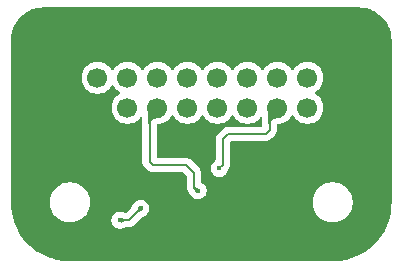
<source format=gbr>
%TF.GenerationSoftware,KiCad,Pcbnew,9.0.0*%
%TF.CreationDate,2025-03-07T07:21:17+07:00*%
%TF.ProjectId,IMU,494d552e-6b69-4636-9164-5f7063625858,rev?*%
%TF.SameCoordinates,Original*%
%TF.FileFunction,Copper,L2,Bot*%
%TF.FilePolarity,Positive*%
%FSLAX46Y46*%
G04 Gerber Fmt 4.6, Leading zero omitted, Abs format (unit mm)*
G04 Created by KiCad (PCBNEW 9.0.0) date 2025-03-07 07:21:17*
%MOMM*%
%LPD*%
G01*
G04 APERTURE LIST*
G04 Aperture macros list*
%AMRoundRect*
0 Rectangle with rounded corners*
0 $1 Rounding radius*
0 $2 $3 $4 $5 $6 $7 $8 $9 X,Y pos of 4 corners*
0 Add a 4 corners polygon primitive as box body*
4,1,4,$2,$3,$4,$5,$6,$7,$8,$9,$2,$3,0*
0 Add four circle primitives for the rounded corners*
1,1,$1+$1,$2,$3*
1,1,$1+$1,$4,$5*
1,1,$1+$1,$6,$7*
1,1,$1+$1,$8,$9*
0 Add four rect primitives between the rounded corners*
20,1,$1+$1,$2,$3,$4,$5,0*
20,1,$1+$1,$4,$5,$6,$7,0*
20,1,$1+$1,$6,$7,$8,$9,0*
20,1,$1+$1,$8,$9,$2,$3,0*%
G04 Aperture macros list end*
%TA.AperFunction,ComponentPad*%
%ADD10RoundRect,0.250000X0.600000X-0.600000X0.600000X0.600000X-0.600000X0.600000X-0.600000X-0.600000X0*%
%TD*%
%TA.AperFunction,ComponentPad*%
%ADD11C,1.700000*%
%TD*%
%TA.AperFunction,ViaPad*%
%ADD12C,0.450000*%
%TD*%
%TA.AperFunction,Conductor*%
%ADD13C,0.200000*%
%TD*%
G04 APERTURE END LIST*
D10*
%TO.P,J2,1,Pin_1*%
%TO.N,+3.3V*%
X141990000Y-101065000D03*
D11*
%TO.P,J2,2,Pin_2*%
%TO.N,GND*%
X141990000Y-98525000D03*
%TO.P,J2,3,Pin_3*%
%TO.N,CS*%
X144530000Y-101065000D03*
%TO.P,J2,4,Pin_4*%
%TO.N,GND*%
X144530000Y-98525000D03*
%TO.P,J2,5,Pin_5*%
%TO.N,INT2*%
X147070000Y-101065000D03*
%TO.P,J2,6,Pin_6*%
%TO.N,GND*%
X147070000Y-98525000D03*
%TO.P,J2,7,Pin_7*%
%TO.N,INT1*%
X149610000Y-101065000D03*
%TO.P,J2,8,Pin_8*%
%TO.N,GND*%
X149610000Y-98525000D03*
%TO.P,J2,9,Pin_9*%
%TO.N,SCLK*%
X152150000Y-101065000D03*
%TO.P,J2,10,Pin_10*%
%TO.N,GND*%
X152150000Y-98525000D03*
%TO.P,J2,11,Pin_11*%
%TO.N,SDO*%
X154690000Y-101065000D03*
%TO.P,J2,12,Pin_12*%
%TO.N,GND*%
X154690000Y-98525000D03*
%TO.P,J2,13,Pin_13*%
%TO.N,SDI*%
X157230000Y-101065000D03*
%TO.P,J2,14,Pin_14*%
%TO.N,GND*%
X157230000Y-98525000D03*
%TO.P,J2,15,Pin_15*%
%TO.N,unconnected-(J2-Pin_15-Pad15)*%
X159770000Y-101065000D03*
%TO.P,J2,16,Pin_16*%
%TO.N,GND*%
X159770000Y-98525000D03*
%TD*%
D12*
%TO.N,SDI*%
X152300000Y-106200000D03*
%TO.N,GND*%
X145650000Y-109575000D03*
X143900000Y-110575000D03*
%TO.N,+3.3V*%
X145998492Y-107729122D03*
X149611974Y-110036974D03*
%TO.N,INT2*%
X150500000Y-108100000D03*
%TD*%
D13*
%TO.N,INT2*%
X146400000Y-105625000D02*
X146400000Y-101065000D01*
X146700000Y-105925000D02*
X146400000Y-105625000D01*
X149500000Y-105925000D02*
X146700000Y-105925000D01*
X150149502Y-107749502D02*
X150149502Y-106574502D01*
X150500000Y-108100000D02*
X150149502Y-107749502D01*
X150149502Y-106574502D02*
X149500000Y-105925000D01*
%TO.N,SDI*%
X153060000Y-103265000D02*
X156260000Y-103265000D01*
X152600000Y-103725000D02*
X153060000Y-103265000D01*
X156260000Y-103265000D02*
X156560000Y-102965000D01*
X152600000Y-105900000D02*
X152600000Y-103725000D01*
X156560000Y-102965000D02*
X156560000Y-101065000D01*
X152300000Y-106200000D02*
X152600000Y-105900000D01*
%TO.N,GND*%
X144650000Y-110575000D02*
X143900000Y-110575000D01*
X145650000Y-109575000D02*
X144650000Y-110575000D01*
%TD*%
%TA.AperFunction,Conductor*%
%TO.N,+3.3V*%
G36*
X164153472Y-92575695D02*
G01*
X164424419Y-92590910D01*
X164432397Y-92591618D01*
X164494584Y-92599169D01*
X164500293Y-92600000D01*
X164735859Y-92640024D01*
X164744708Y-92641864D01*
X164799097Y-92655270D01*
X164803643Y-92656484D01*
X165040491Y-92724719D01*
X165050091Y-92727917D01*
X165088558Y-92742505D01*
X165089603Y-92742902D01*
X165093050Y-92744269D01*
X165333997Y-92844072D01*
X165344155Y-92848830D01*
X165356816Y-92855475D01*
X165359116Y-92856713D01*
X165462596Y-92913905D01*
X165606727Y-92993564D01*
X165618500Y-93000961D01*
X165858604Y-93171323D01*
X165869476Y-93179993D01*
X165971178Y-93270880D01*
X166088997Y-93376169D01*
X166098830Y-93386002D01*
X166295006Y-93605523D01*
X166303676Y-93616395D01*
X166474038Y-93856499D01*
X166481436Y-93868273D01*
X166595267Y-94074234D01*
X166618254Y-94115826D01*
X166618264Y-94115843D01*
X166619534Y-94118202D01*
X166626168Y-94130843D01*
X166630931Y-94141012D01*
X166730716Y-94381915D01*
X166732096Y-94385395D01*
X166747075Y-94424889D01*
X166750288Y-94434535D01*
X166818501Y-94671309D01*
X166819744Y-94675961D01*
X166833128Y-94730263D01*
X166834979Y-94739167D01*
X166874989Y-94974644D01*
X166875837Y-94980471D01*
X166883379Y-95042595D01*
X166884088Y-95050586D01*
X166899305Y-95321527D01*
X166899500Y-95328480D01*
X166899500Y-109072437D01*
X166899394Y-109077562D01*
X166884185Y-109445249D01*
X166883819Y-109450930D01*
X166883819Y-109450931D01*
X166876470Y-109534929D01*
X166875990Y-109539460D01*
X166835786Y-109861997D01*
X166834854Y-109868191D01*
X166821005Y-109946733D01*
X166820250Y-109950648D01*
X166752453Y-110273988D01*
X166750867Y-110280634D01*
X166732405Y-110349536D01*
X166731475Y-110352825D01*
X166634622Y-110678147D01*
X166632299Y-110685176D01*
X166612696Y-110739034D01*
X166611691Y-110741698D01*
X166483036Y-111071414D01*
X166479903Y-111078741D01*
X166479902Y-111078743D01*
X166465471Y-111109691D01*
X166464489Y-111111747D01*
X166299182Y-111449889D01*
X166294304Y-111458903D01*
X166088037Y-111805064D01*
X166082431Y-111813644D01*
X165848284Y-112141587D01*
X165841989Y-112149674D01*
X165581566Y-112457155D01*
X165574625Y-112464695D01*
X165289695Y-112749625D01*
X165282155Y-112756566D01*
X164974674Y-113016989D01*
X164966587Y-113023284D01*
X164638644Y-113257431D01*
X164630064Y-113263037D01*
X164283903Y-113469304D01*
X164274889Y-113474182D01*
X163936747Y-113639489D01*
X163934691Y-113640471D01*
X163903743Y-113654902D01*
X163896414Y-113658036D01*
X163566698Y-113786691D01*
X163564034Y-113787696D01*
X163510176Y-113807299D01*
X163503147Y-113809622D01*
X163177825Y-113906475D01*
X163174536Y-113907405D01*
X163105634Y-113925867D01*
X163098988Y-113927453D01*
X162775648Y-113995250D01*
X162771733Y-113996005D01*
X162693191Y-114009854D01*
X162686997Y-114010786D01*
X162364460Y-114050990D01*
X162359929Y-114051470D01*
X162275931Y-114058819D01*
X162270249Y-114059185D01*
X161902563Y-114074394D01*
X161897438Y-114074500D01*
X139652562Y-114074500D01*
X139647437Y-114074394D01*
X139279749Y-114059185D01*
X139274067Y-114058819D01*
X139190069Y-114051470D01*
X139185538Y-114050990D01*
X138863001Y-114010786D01*
X138856807Y-114009854D01*
X138778265Y-113996005D01*
X138774350Y-113995250D01*
X138451010Y-113927453D01*
X138444364Y-113925867D01*
X138375462Y-113907405D01*
X138372173Y-113906475D01*
X138046851Y-113809622D01*
X138039822Y-113807299D01*
X137985964Y-113787696D01*
X137983300Y-113786691D01*
X137653584Y-113658036D01*
X137646255Y-113654902D01*
X137615262Y-113640450D01*
X137613206Y-113639467D01*
X137275119Y-113474186D01*
X137266105Y-113469309D01*
X136919935Y-113263037D01*
X136911355Y-113257431D01*
X136583412Y-113023284D01*
X136575325Y-113016989D01*
X136267844Y-112756566D01*
X136260304Y-112749625D01*
X135975374Y-112464695D01*
X135968433Y-112457155D01*
X135708010Y-112149674D01*
X135701715Y-112141587D01*
X135588599Y-111983159D01*
X135467564Y-111813638D01*
X135461962Y-111805064D01*
X135255683Y-111458883D01*
X135250817Y-111449889D01*
X135085458Y-111111641D01*
X135084595Y-111109837D01*
X135070089Y-111078729D01*
X135066962Y-111071414D01*
X135060760Y-111055520D01*
X134938299Y-110741679D01*
X134937302Y-110739034D01*
X134917692Y-110685157D01*
X134915383Y-110678169D01*
X134818512Y-110352787D01*
X134817604Y-110349576D01*
X134799128Y-110280622D01*
X134797549Y-110274008D01*
X134729737Y-109950594D01*
X134728999Y-109946766D01*
X134715140Y-109868169D01*
X134714216Y-109862028D01*
X134674004Y-109539429D01*
X134673530Y-109534956D01*
X134666177Y-109450906D01*
X134665814Y-109445277D01*
X134650606Y-109077562D01*
X134650500Y-109072438D01*
X134650500Y-108963549D01*
X137949500Y-108963549D01*
X137949500Y-109186450D01*
X137949501Y-109186466D01*
X137978594Y-109407452D01*
X137978595Y-109407457D01*
X137978596Y-109407463D01*
X138036290Y-109622780D01*
X138036293Y-109622790D01*
X138104154Y-109786620D01*
X138121595Y-109828726D01*
X138233052Y-110021774D01*
X138233057Y-110021780D01*
X138233058Y-110021782D01*
X138368751Y-110198622D01*
X138368757Y-110198629D01*
X138526370Y-110356242D01*
X138526377Y-110356248D01*
X138535672Y-110363380D01*
X138703226Y-110491948D01*
X138896274Y-110603405D01*
X139000206Y-110646455D01*
X139076717Y-110678147D01*
X139102219Y-110688710D01*
X139317537Y-110746404D01*
X139538543Y-110775500D01*
X139538550Y-110775500D01*
X139761450Y-110775500D01*
X139761457Y-110775500D01*
X139982463Y-110746404D01*
X140197781Y-110688710D01*
X140299789Y-110646457D01*
X143174499Y-110646457D01*
X143202379Y-110786614D01*
X143202381Y-110786620D01*
X143257069Y-110918650D01*
X143257074Y-110918659D01*
X143336467Y-111037478D01*
X143336470Y-111037482D01*
X143437517Y-111138529D01*
X143437521Y-111138532D01*
X143556340Y-111217925D01*
X143556349Y-111217930D01*
X143566733Y-111222231D01*
X143688380Y-111272619D01*
X143688384Y-111272619D01*
X143688385Y-111272620D01*
X143828542Y-111300500D01*
X143828545Y-111300500D01*
X143971456Y-111300500D01*
X143995722Y-111295672D01*
X144088937Y-111277130D01*
X144092999Y-111276393D01*
X144108214Y-111273900D01*
X144228320Y-111236052D01*
X144266707Y-111222230D01*
X144268459Y-111221518D01*
X144305731Y-111204581D01*
X144330822Y-111191929D01*
X144337282Y-111190058D01*
X144340406Y-111187596D01*
X144374692Y-111179229D01*
X144379539Y-111178759D01*
X144407225Y-111176078D01*
X144419180Y-111175500D01*
X144563331Y-111175500D01*
X144563347Y-111175501D01*
X144570943Y-111175501D01*
X144729054Y-111175501D01*
X144729057Y-111175501D01*
X144881785Y-111134577D01*
X144931904Y-111105639D01*
X145018716Y-111055520D01*
X145130520Y-110943716D01*
X145130520Y-110943714D01*
X145140728Y-110933507D01*
X145140729Y-110933504D01*
X145720771Y-110353463D01*
X145740134Y-110337664D01*
X145749471Y-110331502D01*
X145749478Y-110331495D01*
X145752155Y-110329729D01*
X145779243Y-110316272D01*
X145843268Y-110293712D01*
X145882214Y-110278143D01*
X145883979Y-110277351D01*
X145921295Y-110258721D01*
X146008168Y-110210773D01*
X146025796Y-110200574D01*
X146026600Y-110200087D01*
X146087191Y-110156993D01*
X146087198Y-110156984D01*
X146087905Y-110156358D01*
X146101392Y-110145940D01*
X146112473Y-110138536D01*
X146112472Y-110138536D01*
X146112479Y-110138532D01*
X146213532Y-110037479D01*
X146292929Y-109918653D01*
X146347619Y-109786620D01*
X146375500Y-109646455D01*
X146375500Y-109503545D01*
X146375500Y-109503542D01*
X146347620Y-109363385D01*
X146347619Y-109363384D01*
X146347619Y-109363380D01*
X146292929Y-109231347D01*
X146292928Y-109231346D01*
X146292925Y-109231340D01*
X146213532Y-109112521D01*
X146213529Y-109112517D01*
X146112482Y-109011470D01*
X146112478Y-109011467D01*
X146040764Y-108963549D01*
X160199500Y-108963549D01*
X160199500Y-109186450D01*
X160199501Y-109186466D01*
X160228594Y-109407452D01*
X160228595Y-109407457D01*
X160228596Y-109407463D01*
X160286290Y-109622780D01*
X160286293Y-109622790D01*
X160354154Y-109786620D01*
X160371595Y-109828726D01*
X160483052Y-110021774D01*
X160483057Y-110021780D01*
X160483058Y-110021782D01*
X160618751Y-110198622D01*
X160618757Y-110198629D01*
X160776370Y-110356242D01*
X160776377Y-110356248D01*
X160785672Y-110363380D01*
X160953226Y-110491948D01*
X161146274Y-110603405D01*
X161250206Y-110646455D01*
X161326717Y-110678147D01*
X161352219Y-110688710D01*
X161567537Y-110746404D01*
X161788543Y-110775500D01*
X161788550Y-110775500D01*
X162011450Y-110775500D01*
X162011457Y-110775500D01*
X162232463Y-110746404D01*
X162447781Y-110688710D01*
X162653726Y-110603405D01*
X162846774Y-110491948D01*
X163023624Y-110356247D01*
X163181247Y-110198624D01*
X163316948Y-110021774D01*
X163428405Y-109828726D01*
X163513710Y-109622781D01*
X163571404Y-109407463D01*
X163600500Y-109186457D01*
X163600500Y-108963543D01*
X163571404Y-108742537D01*
X163513710Y-108527219D01*
X163428405Y-108321274D01*
X163316948Y-108128226D01*
X163237932Y-108025250D01*
X163181248Y-107951377D01*
X163181242Y-107951370D01*
X163023629Y-107793757D01*
X163023622Y-107793751D01*
X162846782Y-107658058D01*
X162846780Y-107658057D01*
X162846774Y-107658052D01*
X162653726Y-107546595D01*
X162653722Y-107546593D01*
X162447790Y-107461293D01*
X162447783Y-107461291D01*
X162447781Y-107461290D01*
X162232463Y-107403596D01*
X162232457Y-107403595D01*
X162232452Y-107403594D01*
X162011466Y-107374501D01*
X162011463Y-107374500D01*
X162011457Y-107374500D01*
X161788543Y-107374500D01*
X161788537Y-107374500D01*
X161788533Y-107374501D01*
X161567547Y-107403594D01*
X161567540Y-107403595D01*
X161567537Y-107403596D01*
X161432694Y-107439727D01*
X161352219Y-107461290D01*
X161352209Y-107461293D01*
X161146277Y-107546593D01*
X161146273Y-107546595D01*
X160953226Y-107658052D01*
X160953217Y-107658058D01*
X160776377Y-107793751D01*
X160776370Y-107793757D01*
X160618757Y-107951370D01*
X160618751Y-107951377D01*
X160483058Y-108128217D01*
X160483052Y-108128226D01*
X160371595Y-108321273D01*
X160371593Y-108321277D01*
X160286293Y-108527209D01*
X160286290Y-108527219D01*
X160228597Y-108742534D01*
X160228594Y-108742547D01*
X160199501Y-108963533D01*
X160199500Y-108963549D01*
X146040764Y-108963549D01*
X145993659Y-108932074D01*
X145993650Y-108932069D01*
X145861620Y-108877381D01*
X145861614Y-108877379D01*
X145721457Y-108849500D01*
X145721455Y-108849500D01*
X145578545Y-108849500D01*
X145578543Y-108849500D01*
X145438385Y-108877379D01*
X145438379Y-108877381D01*
X145306349Y-108932069D01*
X145306340Y-108932074D01*
X145187521Y-109011467D01*
X145187517Y-109011470D01*
X145086470Y-109112517D01*
X145019959Y-109212057D01*
X145017572Y-109215501D01*
X145008571Y-109228031D01*
X144950401Y-109339729D01*
X144933116Y-109376451D01*
X144932384Y-109378183D01*
X144917921Y-109416716D01*
X144909127Y-109443400D01*
X144905879Y-109449293D01*
X144905413Y-109453244D01*
X144887084Y-109483406D01*
X144866315Y-109508630D01*
X144858270Y-109517492D01*
X144451330Y-109924434D01*
X144390007Y-109957919D01*
X144320316Y-109952935D01*
X144310093Y-109948591D01*
X144271553Y-109930135D01*
X144244785Y-109918650D01*
X144233186Y-109913673D01*
X144231388Y-109912988D01*
X144191640Y-109899704D01*
X144191639Y-109899703D01*
X144191634Y-109899702D01*
X144096298Y-109872177D01*
X144076401Y-109866868D01*
X144075480Y-109866643D01*
X144075477Y-109866642D01*
X144002397Y-109854326D01*
X144001421Y-109854269D01*
X143984545Y-109852103D01*
X143971458Y-109849500D01*
X143971455Y-109849500D01*
X143828545Y-109849500D01*
X143828543Y-109849500D01*
X143688385Y-109877379D01*
X143688379Y-109877381D01*
X143556349Y-109932069D01*
X143556340Y-109932074D01*
X143437521Y-110011467D01*
X143437517Y-110011470D01*
X143336470Y-110112517D01*
X143336467Y-110112521D01*
X143257074Y-110231340D01*
X143257069Y-110231349D01*
X143202381Y-110363379D01*
X143202379Y-110363385D01*
X143174500Y-110503542D01*
X143174500Y-110503545D01*
X143174500Y-110646455D01*
X143174500Y-110646457D01*
X143174499Y-110646457D01*
X140299789Y-110646457D01*
X140403726Y-110603405D01*
X140596774Y-110491948D01*
X140773624Y-110356247D01*
X140931247Y-110198624D01*
X141066948Y-110021774D01*
X141178405Y-109828726D01*
X141263710Y-109622781D01*
X141321404Y-109407463D01*
X141350500Y-109186457D01*
X141350500Y-108963543D01*
X141321404Y-108742537D01*
X141263710Y-108527219D01*
X141178405Y-108321274D01*
X141066948Y-108128226D01*
X140987932Y-108025250D01*
X140931248Y-107951377D01*
X140931242Y-107951370D01*
X140773629Y-107793757D01*
X140773622Y-107793751D01*
X140596782Y-107658058D01*
X140596780Y-107658057D01*
X140596774Y-107658052D01*
X140403726Y-107546595D01*
X140403722Y-107546593D01*
X140197790Y-107461293D01*
X140197783Y-107461291D01*
X140197781Y-107461290D01*
X139982463Y-107403596D01*
X139982457Y-107403595D01*
X139982452Y-107403594D01*
X139761466Y-107374501D01*
X139761463Y-107374500D01*
X139761457Y-107374500D01*
X139538543Y-107374500D01*
X139538537Y-107374500D01*
X139538533Y-107374501D01*
X139317547Y-107403594D01*
X139317540Y-107403595D01*
X139317537Y-107403596D01*
X139182694Y-107439727D01*
X139102219Y-107461290D01*
X139102209Y-107461293D01*
X138896277Y-107546593D01*
X138896273Y-107546595D01*
X138703226Y-107658052D01*
X138703217Y-107658058D01*
X138526377Y-107793751D01*
X138526370Y-107793757D01*
X138368757Y-107951370D01*
X138368751Y-107951377D01*
X138233058Y-108128217D01*
X138233052Y-108128226D01*
X138121595Y-108321273D01*
X138121593Y-108321277D01*
X138036293Y-108527209D01*
X138036290Y-108527219D01*
X137978597Y-108742534D01*
X137978594Y-108742547D01*
X137949501Y-108963533D01*
X137949500Y-108963549D01*
X134650500Y-108963549D01*
X134650500Y-98418713D01*
X140639500Y-98418713D01*
X140639500Y-98631286D01*
X140672753Y-98841239D01*
X140738444Y-99043414D01*
X140834951Y-99232820D01*
X140959890Y-99404786D01*
X141110213Y-99555109D01*
X141282179Y-99680048D01*
X141282181Y-99680049D01*
X141282184Y-99680051D01*
X141471588Y-99776557D01*
X141673757Y-99842246D01*
X141883713Y-99875500D01*
X141883714Y-99875500D01*
X142096286Y-99875500D01*
X142096287Y-99875500D01*
X142306243Y-99842246D01*
X142508412Y-99776557D01*
X142697816Y-99680051D01*
X142719789Y-99664086D01*
X142869786Y-99555109D01*
X142869788Y-99555106D01*
X142869792Y-99555104D01*
X143020104Y-99404792D01*
X143020106Y-99404788D01*
X143020109Y-99404786D01*
X143145048Y-99232820D01*
X143145047Y-99232820D01*
X143145051Y-99232816D01*
X143149514Y-99224054D01*
X143197488Y-99173259D01*
X143265308Y-99156463D01*
X143331444Y-99178999D01*
X143370486Y-99224056D01*
X143374951Y-99232820D01*
X143499890Y-99404786D01*
X143650213Y-99555109D01*
X143822182Y-99680050D01*
X143830946Y-99684516D01*
X143881742Y-99732491D01*
X143898536Y-99800312D01*
X143875998Y-99866447D01*
X143830946Y-99905484D01*
X143822182Y-99909949D01*
X143650213Y-100034890D01*
X143499890Y-100185213D01*
X143374951Y-100357179D01*
X143278444Y-100546585D01*
X143212753Y-100748760D01*
X143179500Y-100958713D01*
X143179500Y-101171286D01*
X143212753Y-101381239D01*
X143278444Y-101583414D01*
X143374951Y-101772820D01*
X143499890Y-101944786D01*
X143650213Y-102095109D01*
X143822179Y-102220048D01*
X143822181Y-102220049D01*
X143822184Y-102220051D01*
X144011588Y-102316557D01*
X144213757Y-102382246D01*
X144423713Y-102415500D01*
X144423714Y-102415500D01*
X144636286Y-102415500D01*
X144636287Y-102415500D01*
X144846243Y-102382246D01*
X145048412Y-102316557D01*
X145237816Y-102220051D01*
X145331974Y-102151642D01*
X145409786Y-102095109D01*
X145409788Y-102095106D01*
X145409792Y-102095104D01*
X145560104Y-101944792D01*
X145575181Y-101924039D01*
X145600167Y-101904772D01*
X145623989Y-101884131D01*
X145627611Y-101883610D01*
X145630511Y-101881374D01*
X145661932Y-101878675D01*
X145693147Y-101874187D01*
X145696477Y-101875708D01*
X145700124Y-101875395D01*
X145728010Y-101890108D01*
X145756703Y-101903212D01*
X145758682Y-101906291D01*
X145761920Y-101908000D01*
X145777426Y-101935458D01*
X145794477Y-101961990D01*
X145795183Y-101966902D01*
X145796277Y-101968839D01*
X145799500Y-101996925D01*
X145799500Y-102159445D01*
X145799477Y-102161843D01*
X145794826Y-102402251D01*
X145794750Y-102407662D01*
X145794749Y-102407823D01*
X145797627Y-102466332D01*
X145798116Y-102469578D01*
X145799500Y-102488050D01*
X145799500Y-105538330D01*
X145799499Y-105538348D01*
X145799499Y-105704054D01*
X145799498Y-105704054D01*
X145840423Y-105856786D01*
X145840424Y-105856787D01*
X145860681Y-105891873D01*
X145916402Y-105988385D01*
X145919481Y-105993717D01*
X146038349Y-106112585D01*
X146038355Y-106112590D01*
X146215139Y-106289374D01*
X146215149Y-106289385D01*
X146219479Y-106293715D01*
X146219480Y-106293716D01*
X146331284Y-106405520D01*
X146418095Y-106455639D01*
X146418097Y-106455641D01*
X146456151Y-106477611D01*
X146468215Y-106484577D01*
X146620943Y-106525500D01*
X149199903Y-106525500D01*
X149266942Y-106545185D01*
X149287584Y-106561819D01*
X149512683Y-106786918D01*
X149546168Y-106848241D01*
X149549002Y-106874599D01*
X149549002Y-107662832D01*
X149549001Y-107662850D01*
X149549001Y-107828556D01*
X149549000Y-107828556D01*
X149589925Y-107981287D01*
X149618862Y-108031406D01*
X149668982Y-108118218D01*
X149728007Y-108177243D01*
X149733457Y-108184593D01*
X149733985Y-108186030D01*
X149737343Y-108190145D01*
X149745261Y-108202142D01*
X149758720Y-108229232D01*
X149781288Y-108293273D01*
X149796862Y-108332230D01*
X149797646Y-108333976D01*
X149816270Y-108371282D01*
X149864236Y-108458186D01*
X149874429Y-108475803D01*
X149874907Y-108476592D01*
X149874919Y-108476610D01*
X149918007Y-108537192D01*
X149918647Y-108537913D01*
X149929052Y-108551381D01*
X149936468Y-108562479D01*
X149936469Y-108562480D01*
X149936472Y-108562484D01*
X150037517Y-108663529D01*
X150037521Y-108663532D01*
X150156340Y-108742925D01*
X150156346Y-108742928D01*
X150156347Y-108742929D01*
X150288380Y-108797619D01*
X150288384Y-108797619D01*
X150288385Y-108797620D01*
X150428542Y-108825500D01*
X150428545Y-108825500D01*
X150571457Y-108825500D01*
X150665751Y-108806742D01*
X150711620Y-108797619D01*
X150843653Y-108742929D01*
X150962479Y-108663532D01*
X151063532Y-108562479D01*
X151142929Y-108443653D01*
X151197619Y-108311620D01*
X151214979Y-108224348D01*
X151225500Y-108171457D01*
X151225500Y-108028542D01*
X151197620Y-107888385D01*
X151197619Y-107888384D01*
X151197619Y-107888380D01*
X151142929Y-107756347D01*
X151142928Y-107756346D01*
X151142925Y-107756340D01*
X151063532Y-107637521D01*
X151063529Y-107637517D01*
X150962479Y-107536467D01*
X150865879Y-107471921D01*
X150865865Y-107471912D01*
X150861184Y-107468785D01*
X150846967Y-107458572D01*
X150813905Y-107441353D01*
X150811139Y-107439727D01*
X150789329Y-107416481D01*
X150766359Y-107394397D01*
X150765470Y-107391051D01*
X150763332Y-107388773D01*
X150759857Y-107369931D01*
X150750002Y-107332843D01*
X150750002Y-106663562D01*
X150750003Y-106663549D01*
X150750003Y-106495446D01*
X150739337Y-106455641D01*
X150709079Y-106342718D01*
X150680786Y-106293713D01*
X150630026Y-106205792D01*
X150630020Y-106205784D01*
X149987590Y-105563355D01*
X149987588Y-105563352D01*
X149868717Y-105444481D01*
X149868709Y-105444475D01*
X149779923Y-105393215D01*
X149779922Y-105393215D01*
X149731785Y-105365423D01*
X149579057Y-105324499D01*
X149420943Y-105324499D01*
X149413347Y-105324499D01*
X149413331Y-105324500D01*
X147124500Y-105324500D01*
X147057461Y-105304815D01*
X147011706Y-105252011D01*
X147000500Y-105200500D01*
X147000500Y-102580821D01*
X147020185Y-102513782D01*
X147072989Y-102468027D01*
X147102188Y-102458845D01*
X147113279Y-102456816D01*
X147191645Y-102442481D01*
X147206554Y-102439521D01*
X147207259Y-102439370D01*
X147209827Y-102438777D01*
X147222733Y-102435801D01*
X147222756Y-102435795D01*
X147222779Y-102435790D01*
X147364855Y-102400644D01*
X147392424Y-102392990D01*
X147393679Y-102392603D01*
X147420370Y-102383550D01*
X147567008Y-102329211D01*
X147602195Y-102314642D01*
X147603801Y-102313905D01*
X147637997Y-102296614D01*
X147757138Y-102230586D01*
X147777816Y-102220051D01*
X147784512Y-102215185D01*
X147794353Y-102209461D01*
X147795176Y-102208959D01*
X147855837Y-102165507D01*
X147855841Y-102165502D01*
X147860854Y-102161018D01*
X147861173Y-102161374D01*
X147871963Y-102151648D01*
X147949792Y-102095104D01*
X148100104Y-101944792D01*
X148100106Y-101944788D01*
X148100109Y-101944786D01*
X148225048Y-101772820D01*
X148225047Y-101772820D01*
X148225051Y-101772816D01*
X148229514Y-101764054D01*
X148277488Y-101713259D01*
X148345308Y-101696463D01*
X148411444Y-101718999D01*
X148450486Y-101764056D01*
X148454951Y-101772820D01*
X148579890Y-101944786D01*
X148730213Y-102095109D01*
X148902179Y-102220048D01*
X148902181Y-102220049D01*
X148902184Y-102220051D01*
X149091588Y-102316557D01*
X149293757Y-102382246D01*
X149503713Y-102415500D01*
X149503714Y-102415500D01*
X149716286Y-102415500D01*
X149716287Y-102415500D01*
X149926243Y-102382246D01*
X150128412Y-102316557D01*
X150317816Y-102220051D01*
X150411974Y-102151642D01*
X150489786Y-102095109D01*
X150489788Y-102095106D01*
X150489792Y-102095104D01*
X150640104Y-101944792D01*
X150640106Y-101944788D01*
X150640109Y-101944786D01*
X150765048Y-101772820D01*
X150765047Y-101772820D01*
X150765051Y-101772816D01*
X150769514Y-101764054D01*
X150817488Y-101713259D01*
X150885308Y-101696463D01*
X150951444Y-101718999D01*
X150990486Y-101764056D01*
X150994951Y-101772820D01*
X151119890Y-101944786D01*
X151270213Y-102095109D01*
X151442179Y-102220048D01*
X151442181Y-102220049D01*
X151442184Y-102220051D01*
X151631588Y-102316557D01*
X151833757Y-102382246D01*
X152043713Y-102415500D01*
X152043714Y-102415500D01*
X152256286Y-102415500D01*
X152256287Y-102415500D01*
X152466243Y-102382246D01*
X152668412Y-102316557D01*
X152857816Y-102220051D01*
X152951974Y-102151642D01*
X153029786Y-102095109D01*
X153029788Y-102095106D01*
X153029792Y-102095104D01*
X153180104Y-101944792D01*
X153180106Y-101944788D01*
X153180109Y-101944786D01*
X153305048Y-101772820D01*
X153305047Y-101772820D01*
X153305051Y-101772816D01*
X153309514Y-101764054D01*
X153357488Y-101713259D01*
X153425308Y-101696463D01*
X153491444Y-101718999D01*
X153530486Y-101764056D01*
X153534951Y-101772820D01*
X153659890Y-101944786D01*
X153810213Y-102095109D01*
X153982179Y-102220048D01*
X153982181Y-102220049D01*
X153982184Y-102220051D01*
X154171588Y-102316557D01*
X154373757Y-102382246D01*
X154583713Y-102415500D01*
X154583714Y-102415500D01*
X154796286Y-102415500D01*
X154796287Y-102415500D01*
X155006243Y-102382246D01*
X155208412Y-102316557D01*
X155397816Y-102220051D01*
X155491974Y-102151642D01*
X155569786Y-102095109D01*
X155569788Y-102095106D01*
X155569792Y-102095104D01*
X155720104Y-101944792D01*
X155735181Y-101924039D01*
X155760167Y-101904772D01*
X155783989Y-101884131D01*
X155787611Y-101883610D01*
X155790511Y-101881374D01*
X155821932Y-101878675D01*
X155853147Y-101874187D01*
X155856477Y-101875708D01*
X155860124Y-101875395D01*
X155888010Y-101890108D01*
X155916703Y-101903212D01*
X155918682Y-101906291D01*
X155921920Y-101908000D01*
X155937426Y-101935458D01*
X155954477Y-101961990D01*
X155955183Y-101966902D01*
X155956277Y-101968839D01*
X155959500Y-101996925D01*
X155959500Y-102159445D01*
X155959477Y-102161843D01*
X155954826Y-102402251D01*
X155954750Y-102407662D01*
X155954749Y-102407823D01*
X155957627Y-102466332D01*
X155958116Y-102469578D01*
X155959500Y-102488050D01*
X155959500Y-102540500D01*
X155939815Y-102607539D01*
X155887011Y-102653294D01*
X155835500Y-102664500D01*
X152980942Y-102664500D01*
X152828214Y-102705423D01*
X152804146Y-102719319D01*
X152780078Y-102733215D01*
X152780077Y-102733215D01*
X152691290Y-102784475D01*
X152691282Y-102784481D01*
X152119481Y-103356282D01*
X152119479Y-103356285D01*
X152069361Y-103443094D01*
X152069359Y-103443096D01*
X152040425Y-103493209D01*
X152040424Y-103493210D01*
X152040423Y-103493215D01*
X151999499Y-103645943D01*
X151999499Y-103645945D01*
X151999499Y-103814046D01*
X151999500Y-103814059D01*
X151999500Y-105461957D01*
X151979815Y-105528996D01*
X151944391Y-105565059D01*
X151837521Y-105636467D01*
X151837517Y-105636470D01*
X151736470Y-105737517D01*
X151736467Y-105737521D01*
X151657074Y-105856340D01*
X151657069Y-105856349D01*
X151602381Y-105988379D01*
X151602379Y-105988385D01*
X151574500Y-106128542D01*
X151574500Y-106128545D01*
X151574500Y-106271455D01*
X151574500Y-106271457D01*
X151574499Y-106271457D01*
X151602379Y-106411614D01*
X151602381Y-106411620D01*
X151657069Y-106543650D01*
X151657074Y-106543659D01*
X151736467Y-106662478D01*
X151736470Y-106662482D01*
X151837517Y-106763529D01*
X151837521Y-106763532D01*
X151956340Y-106842925D01*
X151956346Y-106842928D01*
X151956347Y-106842929D01*
X152088380Y-106897619D01*
X152088384Y-106897619D01*
X152088385Y-106897620D01*
X152228542Y-106925500D01*
X152228545Y-106925500D01*
X152371457Y-106925500D01*
X152465751Y-106906742D01*
X152511620Y-106897619D01*
X152643653Y-106842929D01*
X152762479Y-106763532D01*
X152863532Y-106662479D01*
X152942929Y-106543653D01*
X152997619Y-106411620D01*
X153005179Y-106373608D01*
X153025324Y-106326531D01*
X153031505Y-106317729D01*
X153080520Y-106268716D01*
X153145143Y-106156785D01*
X153159577Y-106131785D01*
X153200500Y-105979057D01*
X153200500Y-105820943D01*
X153200500Y-104025097D01*
X153209144Y-103995656D01*
X153215668Y-103965670D01*
X153219422Y-103960654D01*
X153220185Y-103958058D01*
X153236819Y-103937416D01*
X153272416Y-103901819D01*
X153333739Y-103868334D01*
X153360097Y-103865500D01*
X156173331Y-103865500D01*
X156173347Y-103865501D01*
X156180943Y-103865501D01*
X156339054Y-103865501D01*
X156339057Y-103865501D01*
X156491785Y-103824577D01*
X156541904Y-103795639D01*
X156628716Y-103745520D01*
X156740520Y-103633716D01*
X156740520Y-103633714D01*
X156750728Y-103623507D01*
X156750730Y-103623504D01*
X156918506Y-103455728D01*
X156918511Y-103455724D01*
X156928714Y-103445520D01*
X156928716Y-103445520D01*
X157040520Y-103333716D01*
X157092040Y-103244480D01*
X157092042Y-103244478D01*
X157119574Y-103196790D01*
X157119573Y-103196790D01*
X157119577Y-103196785D01*
X157160500Y-103044057D01*
X157160500Y-102885943D01*
X157160500Y-102580821D01*
X157180185Y-102513782D01*
X157232989Y-102468027D01*
X157262188Y-102458845D01*
X157273279Y-102456816D01*
X157351645Y-102442481D01*
X157366554Y-102439521D01*
X157367259Y-102439370D01*
X157369827Y-102438777D01*
X157382733Y-102435801D01*
X157382756Y-102435795D01*
X157382779Y-102435790D01*
X157524855Y-102400644D01*
X157552424Y-102392990D01*
X157553679Y-102392603D01*
X157580370Y-102383550D01*
X157727008Y-102329211D01*
X157762195Y-102314642D01*
X157763801Y-102313905D01*
X157797997Y-102296614D01*
X157917138Y-102230586D01*
X157937816Y-102220051D01*
X157944512Y-102215185D01*
X157954353Y-102209461D01*
X157955176Y-102208959D01*
X158015837Y-102165507D01*
X158015841Y-102165502D01*
X158020854Y-102161018D01*
X158021173Y-102161374D01*
X158031963Y-102151648D01*
X158109792Y-102095104D01*
X158260104Y-101944792D01*
X158260106Y-101944788D01*
X158260109Y-101944786D01*
X158385048Y-101772820D01*
X158385047Y-101772820D01*
X158385051Y-101772816D01*
X158389514Y-101764054D01*
X158437488Y-101713259D01*
X158505308Y-101696463D01*
X158571444Y-101718999D01*
X158610486Y-101764056D01*
X158614951Y-101772820D01*
X158739890Y-101944786D01*
X158890213Y-102095109D01*
X159062179Y-102220048D01*
X159062181Y-102220049D01*
X159062184Y-102220051D01*
X159251588Y-102316557D01*
X159453757Y-102382246D01*
X159663713Y-102415500D01*
X159663714Y-102415500D01*
X159876286Y-102415500D01*
X159876287Y-102415500D01*
X160086243Y-102382246D01*
X160288412Y-102316557D01*
X160477816Y-102220051D01*
X160571974Y-102151642D01*
X160649786Y-102095109D01*
X160649788Y-102095106D01*
X160649792Y-102095104D01*
X160800104Y-101944792D01*
X160800106Y-101944788D01*
X160800109Y-101944786D01*
X160925048Y-101772820D01*
X160925047Y-101772820D01*
X160925051Y-101772816D01*
X161021557Y-101583412D01*
X161087246Y-101381243D01*
X161120500Y-101171287D01*
X161120500Y-100958713D01*
X161087246Y-100748757D01*
X161021557Y-100546588D01*
X160925051Y-100357184D01*
X160925049Y-100357181D01*
X160925048Y-100357179D01*
X160800109Y-100185213D01*
X160649786Y-100034890D01*
X160477820Y-99909951D01*
X160477115Y-99909591D01*
X160469054Y-99905485D01*
X160418259Y-99857512D01*
X160401463Y-99789692D01*
X160423999Y-99723556D01*
X160469054Y-99684515D01*
X160477816Y-99680051D01*
X160499789Y-99664086D01*
X160649786Y-99555109D01*
X160649788Y-99555106D01*
X160649792Y-99555104D01*
X160800104Y-99404792D01*
X160800106Y-99404788D01*
X160800109Y-99404786D01*
X160925048Y-99232820D01*
X160925047Y-99232820D01*
X160925051Y-99232816D01*
X161021557Y-99043412D01*
X161087246Y-98841243D01*
X161120500Y-98631287D01*
X161120500Y-98418713D01*
X161087246Y-98208757D01*
X161021557Y-98006588D01*
X160925051Y-97817184D01*
X160925049Y-97817181D01*
X160925048Y-97817179D01*
X160800109Y-97645213D01*
X160649786Y-97494890D01*
X160477820Y-97369951D01*
X160288414Y-97273444D01*
X160288413Y-97273443D01*
X160288412Y-97273443D01*
X160086243Y-97207754D01*
X160086241Y-97207753D01*
X160086240Y-97207753D01*
X159924957Y-97182208D01*
X159876287Y-97174500D01*
X159663713Y-97174500D01*
X159615042Y-97182208D01*
X159453760Y-97207753D01*
X159251585Y-97273444D01*
X159062179Y-97369951D01*
X158890213Y-97494890D01*
X158739890Y-97645213D01*
X158614949Y-97817182D01*
X158610484Y-97825946D01*
X158562509Y-97876742D01*
X158494688Y-97893536D01*
X158428553Y-97870998D01*
X158389516Y-97825946D01*
X158385050Y-97817182D01*
X158260109Y-97645213D01*
X158109786Y-97494890D01*
X157937820Y-97369951D01*
X157748414Y-97273444D01*
X157748413Y-97273443D01*
X157748412Y-97273443D01*
X157546243Y-97207754D01*
X157546241Y-97207753D01*
X157546240Y-97207753D01*
X157384957Y-97182208D01*
X157336287Y-97174500D01*
X157123713Y-97174500D01*
X157075042Y-97182208D01*
X156913760Y-97207753D01*
X156711585Y-97273444D01*
X156522179Y-97369951D01*
X156350213Y-97494890D01*
X156199890Y-97645213D01*
X156074949Y-97817182D01*
X156070484Y-97825946D01*
X156022509Y-97876742D01*
X155954688Y-97893536D01*
X155888553Y-97870998D01*
X155849516Y-97825946D01*
X155845050Y-97817182D01*
X155720109Y-97645213D01*
X155569786Y-97494890D01*
X155397820Y-97369951D01*
X155208414Y-97273444D01*
X155208413Y-97273443D01*
X155208412Y-97273443D01*
X155006243Y-97207754D01*
X155006241Y-97207753D01*
X155006240Y-97207753D01*
X154844957Y-97182208D01*
X154796287Y-97174500D01*
X154583713Y-97174500D01*
X154535042Y-97182208D01*
X154373760Y-97207753D01*
X154171585Y-97273444D01*
X153982179Y-97369951D01*
X153810213Y-97494890D01*
X153659890Y-97645213D01*
X153534949Y-97817182D01*
X153530484Y-97825946D01*
X153482509Y-97876742D01*
X153414688Y-97893536D01*
X153348553Y-97870998D01*
X153309516Y-97825946D01*
X153305050Y-97817182D01*
X153180109Y-97645213D01*
X153029786Y-97494890D01*
X152857820Y-97369951D01*
X152668414Y-97273444D01*
X152668413Y-97273443D01*
X152668412Y-97273443D01*
X152466243Y-97207754D01*
X152466241Y-97207753D01*
X152466240Y-97207753D01*
X152304957Y-97182208D01*
X152256287Y-97174500D01*
X152043713Y-97174500D01*
X151995042Y-97182208D01*
X151833760Y-97207753D01*
X151631585Y-97273444D01*
X151442179Y-97369951D01*
X151270213Y-97494890D01*
X151119890Y-97645213D01*
X150994949Y-97817182D01*
X150990484Y-97825946D01*
X150942509Y-97876742D01*
X150874688Y-97893536D01*
X150808553Y-97870998D01*
X150769516Y-97825946D01*
X150765050Y-97817182D01*
X150640109Y-97645213D01*
X150489786Y-97494890D01*
X150317820Y-97369951D01*
X150128414Y-97273444D01*
X150128413Y-97273443D01*
X150128412Y-97273443D01*
X149926243Y-97207754D01*
X149926241Y-97207753D01*
X149926240Y-97207753D01*
X149764957Y-97182208D01*
X149716287Y-97174500D01*
X149503713Y-97174500D01*
X149455042Y-97182208D01*
X149293760Y-97207753D01*
X149091585Y-97273444D01*
X148902179Y-97369951D01*
X148730213Y-97494890D01*
X148579890Y-97645213D01*
X148454949Y-97817182D01*
X148450484Y-97825946D01*
X148402509Y-97876742D01*
X148334688Y-97893536D01*
X148268553Y-97870998D01*
X148229516Y-97825946D01*
X148225050Y-97817182D01*
X148100109Y-97645213D01*
X147949786Y-97494890D01*
X147777820Y-97369951D01*
X147588414Y-97273444D01*
X147588413Y-97273443D01*
X147588412Y-97273443D01*
X147386243Y-97207754D01*
X147386241Y-97207753D01*
X147386240Y-97207753D01*
X147224957Y-97182208D01*
X147176287Y-97174500D01*
X146963713Y-97174500D01*
X146915042Y-97182208D01*
X146753760Y-97207753D01*
X146551585Y-97273444D01*
X146362179Y-97369951D01*
X146190213Y-97494890D01*
X146039890Y-97645213D01*
X145914949Y-97817182D01*
X145910484Y-97825946D01*
X145862509Y-97876742D01*
X145794688Y-97893536D01*
X145728553Y-97870998D01*
X145689516Y-97825946D01*
X145685050Y-97817182D01*
X145560109Y-97645213D01*
X145409786Y-97494890D01*
X145237820Y-97369951D01*
X145048414Y-97273444D01*
X145048413Y-97273443D01*
X145048412Y-97273443D01*
X144846243Y-97207754D01*
X144846241Y-97207753D01*
X144846240Y-97207753D01*
X144684957Y-97182208D01*
X144636287Y-97174500D01*
X144423713Y-97174500D01*
X144375042Y-97182208D01*
X144213760Y-97207753D01*
X144011585Y-97273444D01*
X143822179Y-97369951D01*
X143650213Y-97494890D01*
X143499890Y-97645213D01*
X143374949Y-97817182D01*
X143370484Y-97825946D01*
X143322509Y-97876742D01*
X143254688Y-97893536D01*
X143188553Y-97870998D01*
X143149516Y-97825946D01*
X143145050Y-97817182D01*
X143020109Y-97645213D01*
X142869786Y-97494890D01*
X142697820Y-97369951D01*
X142508414Y-97273444D01*
X142508413Y-97273443D01*
X142508412Y-97273443D01*
X142306243Y-97207754D01*
X142306241Y-97207753D01*
X142306240Y-97207753D01*
X142144957Y-97182208D01*
X142096287Y-97174500D01*
X141883713Y-97174500D01*
X141835042Y-97182208D01*
X141673760Y-97207753D01*
X141471585Y-97273444D01*
X141282179Y-97369951D01*
X141110213Y-97494890D01*
X140959890Y-97645213D01*
X140834951Y-97817179D01*
X140738444Y-98006585D01*
X140672753Y-98208760D01*
X140639500Y-98418713D01*
X134650500Y-98418713D01*
X134650500Y-95328479D01*
X134650695Y-95321527D01*
X134665910Y-95050588D01*
X134665911Y-95050586D01*
X134665911Y-95050575D01*
X134666619Y-95042596D01*
X134674170Y-94980403D01*
X134674998Y-94974719D01*
X134715026Y-94739129D01*
X134716861Y-94730302D01*
X134730276Y-94675877D01*
X134731477Y-94671382D01*
X134799723Y-94434493D01*
X134802911Y-94424923D01*
X134817918Y-94385352D01*
X134819250Y-94381995D01*
X134919079Y-94140985D01*
X134923822Y-94130858D01*
X134930514Y-94118108D01*
X134931684Y-94115936D01*
X135068564Y-93868270D01*
X135075959Y-93856502D01*
X135075961Y-93856499D01*
X135246330Y-93616385D01*
X135254985Y-93605531D01*
X135451179Y-93385991D01*
X135460991Y-93376179D01*
X135680531Y-93179985D01*
X135691385Y-93171330D01*
X135931506Y-93000956D01*
X135943270Y-92993564D01*
X136190936Y-92856684D01*
X136193108Y-92855514D01*
X136205858Y-92848822D01*
X136215985Y-92844079D01*
X136456995Y-92744250D01*
X136460352Y-92742918D01*
X136499923Y-92727911D01*
X136509493Y-92724723D01*
X136746382Y-92656477D01*
X136750877Y-92655276D01*
X136805302Y-92641861D01*
X136814129Y-92640026D01*
X137049719Y-92599998D01*
X137055403Y-92599170D01*
X137117607Y-92591617D01*
X137125575Y-92590911D01*
X137396528Y-92575695D01*
X137403480Y-92575500D01*
X164146520Y-92575500D01*
X164153472Y-92575695D01*
G37*
%TD.AperFunction*%
%TD*%
%TA.AperFunction,Conductor*%
%TO.N,INT2*%
G36*
X147071104Y-101067273D02*
G01*
X147074347Y-101070515D01*
X147535182Y-101761179D01*
X147536924Y-101769963D01*
X147531944Y-101777405D01*
X147531121Y-101777907D01*
X147392965Y-101854472D01*
X147391359Y-101855209D01*
X147244721Y-101909548D01*
X147243466Y-101909935D01*
X147101390Y-101945081D01*
X147100685Y-101945232D01*
X146966221Y-101969829D01*
X146966122Y-101969847D01*
X146907243Y-101980094D01*
X146743432Y-102018643D01*
X146639655Y-102068486D01*
X146567518Y-102140284D01*
X146539938Y-102189846D01*
X146519226Y-102249752D01*
X146504902Y-102329047D01*
X146500573Y-102412887D01*
X146496724Y-102420973D01*
X146488889Y-102423984D01*
X146311929Y-102423984D01*
X146303656Y-102420557D01*
X146300229Y-102412284D01*
X146300231Y-102412058D01*
X146305488Y-102140283D01*
X146307489Y-102036848D01*
X146310075Y-101956890D01*
X146306133Y-101686267D01*
X146306132Y-101686259D01*
X146306132Y-101686252D01*
X146283352Y-101493097D01*
X146283346Y-101493056D01*
X146238356Y-101242112D01*
X146240269Y-101233366D01*
X146247573Y-101228577D01*
X147062321Y-101065536D01*
X147071104Y-101067273D01*
G37*
%TD.AperFunction*%
%TD*%
%TA.AperFunction,Conductor*%
%TO.N,INT2*%
G36*
X150263813Y-107721497D02*
G01*
X150307026Y-107760019D01*
X150312608Y-107764995D01*
X150344320Y-107785846D01*
X150361446Y-107797108D01*
X150449719Y-107831430D01*
X150499303Y-107847772D01*
X150500046Y-107848017D01*
X150501788Y-107848752D01*
X150613479Y-107906918D01*
X150619234Y-107913779D01*
X150618452Y-107922699D01*
X150617831Y-107923753D01*
X150502020Y-108098722D01*
X150498722Y-108102020D01*
X150323493Y-108218004D01*
X150314703Y-108219713D01*
X150307279Y-108214706D01*
X150306792Y-108213902D01*
X150258843Y-108127028D01*
X150258051Y-108125263D01*
X150249860Y-108102020D01*
X150231430Y-108049719D01*
X150198624Y-107964276D01*
X150166230Y-107914215D01*
X150159750Y-107906918D01*
X150121471Y-107863814D01*
X150118540Y-107855353D01*
X150121945Y-107847773D01*
X150247759Y-107721959D01*
X150256031Y-107718533D01*
X150263813Y-107721497D01*
G37*
%TD.AperFunction*%
%TD*%
%TA.AperFunction,Conductor*%
%TO.N,SDI*%
G36*
X157231104Y-101067273D02*
G01*
X157234347Y-101070515D01*
X157695182Y-101761179D01*
X157696924Y-101769963D01*
X157691944Y-101777405D01*
X157691121Y-101777907D01*
X157552965Y-101854472D01*
X157551359Y-101855209D01*
X157404721Y-101909548D01*
X157403466Y-101909935D01*
X157261390Y-101945081D01*
X157260685Y-101945232D01*
X157126221Y-101969829D01*
X157126122Y-101969847D01*
X157067243Y-101980094D01*
X156903432Y-102018643D01*
X156799655Y-102068486D01*
X156727518Y-102140284D01*
X156699938Y-102189846D01*
X156679226Y-102249752D01*
X156664902Y-102329047D01*
X156660573Y-102412887D01*
X156656724Y-102420973D01*
X156648889Y-102423984D01*
X156471929Y-102423984D01*
X156463656Y-102420557D01*
X156460229Y-102412284D01*
X156460231Y-102412058D01*
X156465488Y-102140283D01*
X156467489Y-102036848D01*
X156470075Y-101956890D01*
X156466133Y-101686267D01*
X156466132Y-101686259D01*
X156466132Y-101686252D01*
X156443352Y-101493097D01*
X156443346Y-101493056D01*
X156398356Y-101242112D01*
X156400269Y-101233366D01*
X156407573Y-101228577D01*
X157222321Y-101065536D01*
X157231104Y-101067273D01*
G37*
%TD.AperFunction*%
%TD*%
%TA.AperFunction,Conductor*%
%TO.N,GND*%
G36*
X143956075Y-110357839D02*
G01*
X144051421Y-110385367D01*
X144053219Y-110386052D01*
X144075110Y-110396535D01*
X144125438Y-110420636D01*
X144144982Y-110429335D01*
X144209077Y-110457866D01*
X144209080Y-110457866D01*
X144209081Y-110457867D01*
X144267377Y-110470357D01*
X144267382Y-110470358D01*
X144334669Y-110474347D01*
X144342725Y-110478257D01*
X144345677Y-110486026D01*
X144345677Y-110663952D01*
X144342250Y-110672225D01*
X144334647Y-110675633D01*
X144269388Y-110679378D01*
X144212148Y-110691205D01*
X144212146Y-110691205D01*
X144125456Y-110729356D01*
X144078143Y-110753212D01*
X144076391Y-110753924D01*
X143956285Y-110791772D01*
X143947365Y-110790990D01*
X143941610Y-110784129D01*
X143941307Y-110782959D01*
X143899474Y-110577329D01*
X143899474Y-110572670D01*
X143941367Y-110366747D01*
X143946374Y-110359325D01*
X143955165Y-110357616D01*
X143956075Y-110357839D01*
G37*
%TD.AperFunction*%
%TD*%
%TA.AperFunction,Conductor*%
%TO.N,GND*%
G36*
X145472699Y-109456547D02*
G01*
X145473753Y-109457168D01*
X145648722Y-109572979D01*
X145652020Y-109576277D01*
X145768004Y-109751507D01*
X145769713Y-109760296D01*
X145764706Y-109767720D01*
X145763902Y-109768207D01*
X145677029Y-109816155D01*
X145675264Y-109816947D01*
X145599727Y-109843565D01*
X145514276Y-109876374D01*
X145464217Y-109908768D01*
X145464206Y-109908777D01*
X145413814Y-109953528D01*
X145405352Y-109956459D01*
X145397772Y-109953053D01*
X145271960Y-109827241D01*
X145268533Y-109818968D01*
X145271498Y-109811185D01*
X145314993Y-109762394D01*
X145347108Y-109713554D01*
X145381430Y-109625281D01*
X145398018Y-109574948D01*
X145398752Y-109573211D01*
X145456918Y-109461520D01*
X145463779Y-109455765D01*
X145472699Y-109456547D01*
G37*
%TD.AperFunction*%
%TD*%
M02*

</source>
